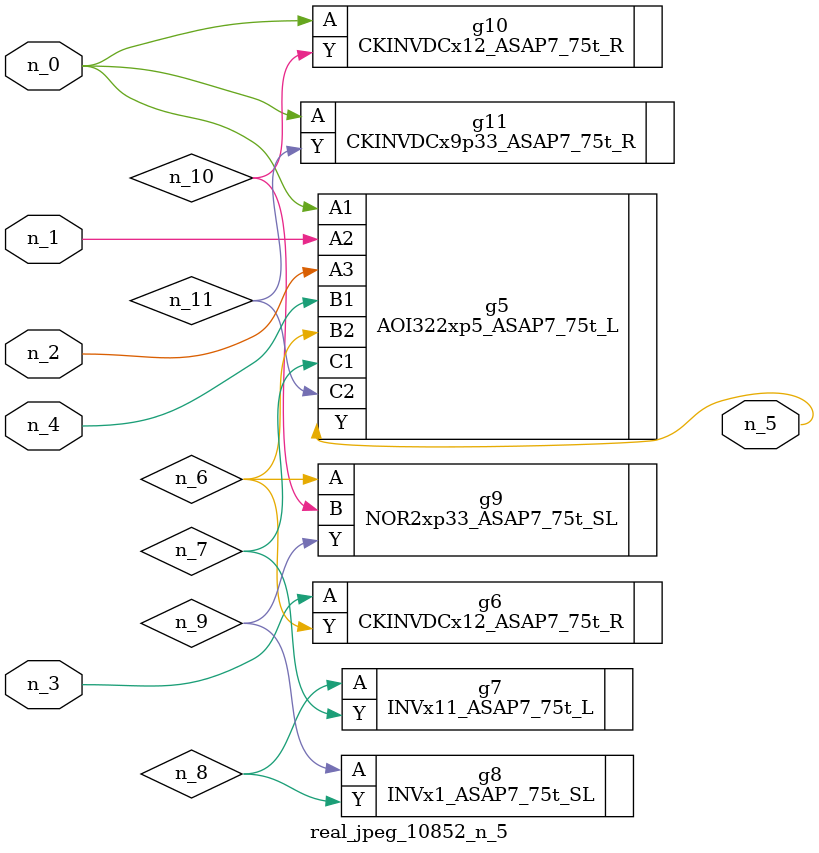
<source format=v>
module real_jpeg_10852_n_5 (n_4, n_0, n_1, n_2, n_3, n_5);

input n_4;
input n_0;
input n_1;
input n_2;
input n_3;

output n_5;

wire n_8;
wire n_11;
wire n_6;
wire n_7;
wire n_10;
wire n_9;

AOI322xp5_ASAP7_75t_L g5 ( 
.A1(n_0),
.A2(n_1),
.A3(n_2),
.B1(n_4),
.B2(n_6),
.C1(n_7),
.C2(n_11),
.Y(n_5)
);

CKINVDCx12_ASAP7_75t_R g10 ( 
.A(n_0),
.Y(n_10)
);

CKINVDCx9p33_ASAP7_75t_R g11 ( 
.A(n_0),
.Y(n_11)
);

CKINVDCx12_ASAP7_75t_R g6 ( 
.A(n_3),
.Y(n_6)
);

NOR2xp33_ASAP7_75t_SL g9 ( 
.A(n_6),
.B(n_10),
.Y(n_9)
);

INVx11_ASAP7_75t_L g7 ( 
.A(n_8),
.Y(n_7)
);

INVx1_ASAP7_75t_SL g8 ( 
.A(n_9),
.Y(n_8)
);


endmodule
</source>
